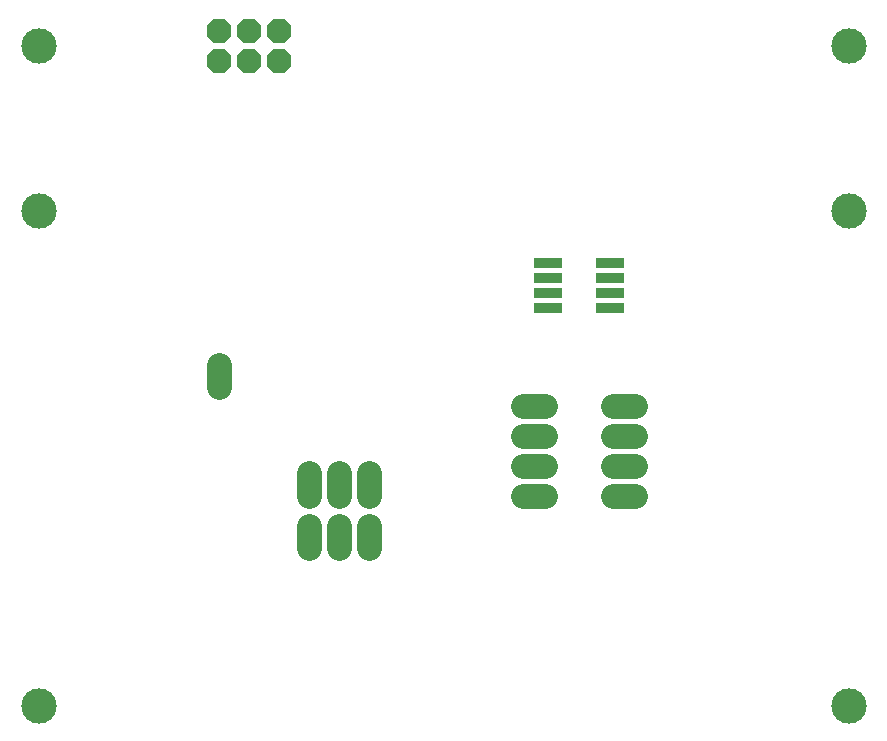
<source format=gbs>
G75*
G70*
%OFA0B0*%
%FSLAX24Y24*%
%IPPOS*%
%LPD*%
%AMOC8*
5,1,8,0,0,1.08239X$1,22.5*
%
%ADD10OC8,0.0820*%
%ADD11C,0.1180*%
%ADD12C,0.0820*%
%ADD13R,0.0950X0.0320*%
D10*
X013500Y024913D03*
X014500Y024913D03*
X015500Y024913D03*
X015500Y025913D03*
X014500Y025913D03*
X013500Y025913D03*
D11*
X007500Y003413D03*
X007500Y019913D03*
X007500Y025413D03*
X034500Y025413D03*
X034500Y019913D03*
X034500Y003413D03*
D12*
X027370Y010413D02*
X026630Y010413D01*
X026630Y011413D02*
X027370Y011413D01*
X027370Y012413D02*
X026630Y012413D01*
X026630Y013413D02*
X027370Y013413D01*
X024370Y013413D02*
X023630Y013413D01*
X023630Y012413D02*
X024370Y012413D01*
X024370Y011413D02*
X023630Y011413D01*
X023630Y010413D02*
X024370Y010413D01*
X018500Y010413D02*
X018500Y011153D01*
X017500Y011153D02*
X017500Y010413D01*
X016500Y010413D02*
X016500Y011153D01*
X016500Y009413D02*
X016500Y008673D01*
X017500Y008673D02*
X017500Y009413D01*
X018500Y009413D02*
X018500Y008673D01*
X013500Y014043D02*
X013500Y014783D01*
D13*
X024470Y016663D03*
X024470Y017163D03*
X024470Y017663D03*
X024470Y018163D03*
X026530Y018163D03*
X026530Y017663D03*
X026530Y017163D03*
X026530Y016663D03*
M02*

</source>
